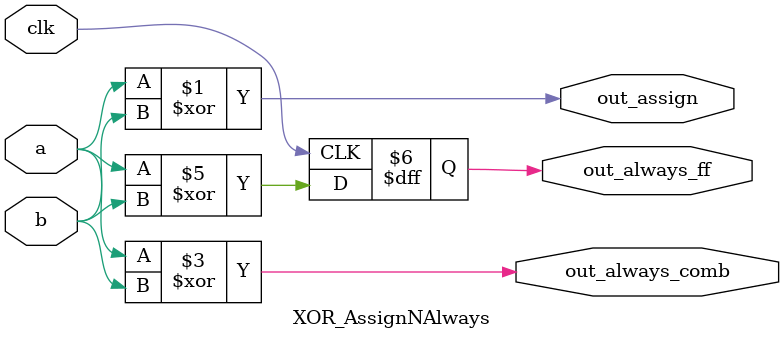
<source format=v>
module XOR_AssignNAlways (
    input clk,
    input a,
    input b,
    output wire out_assign,
    output reg out_always_comb,
    output reg out_always_ff
);
    // assign
    assign out_assign = a ^ b;

    // always comb
    always @(*) begin
        out_always_comb = a ^ b;
    end

    // always ff
    always @(posedge clk) begin
        out_always_ff <= a ^ b;
    end
endmodule
</source>
